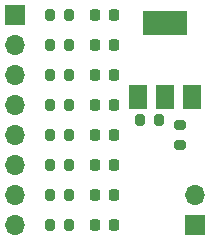
<source format=gbr>
%TF.GenerationSoftware,KiCad,Pcbnew,(6.0.0)*%
%TF.CreationDate,2022-01-24T17:52:03-05:00*%
%TF.ProjectId,LED direction board,4c454420-6469-4726-9563-74696f6e2062,rev?*%
%TF.SameCoordinates,Original*%
%TF.FileFunction,Soldermask,Top*%
%TF.FilePolarity,Negative*%
%FSLAX46Y46*%
G04 Gerber Fmt 4.6, Leading zero omitted, Abs format (unit mm)*
G04 Created by KiCad (PCBNEW (6.0.0)) date 2022-01-24 17:52:03*
%MOMM*%
%LPD*%
G01*
G04 APERTURE LIST*
G04 Aperture macros list*
%AMRoundRect*
0 Rectangle with rounded corners*
0 $1 Rounding radius*
0 $2 $3 $4 $5 $6 $7 $8 $9 X,Y pos of 4 corners*
0 Add a 4 corners polygon primitive as box body*
4,1,4,$2,$3,$4,$5,$6,$7,$8,$9,$2,$3,0*
0 Add four circle primitives for the rounded corners*
1,1,$1+$1,$2,$3*
1,1,$1+$1,$4,$5*
1,1,$1+$1,$6,$7*
1,1,$1+$1,$8,$9*
0 Add four rect primitives between the rounded corners*
20,1,$1+$1,$2,$3,$4,$5,0*
20,1,$1+$1,$4,$5,$6,$7,0*
20,1,$1+$1,$6,$7,$8,$9,0*
20,1,$1+$1,$8,$9,$2,$3,0*%
G04 Aperture macros list end*
%ADD10RoundRect,0.200000X0.200000X0.275000X-0.200000X0.275000X-0.200000X-0.275000X0.200000X-0.275000X0*%
%ADD11RoundRect,0.200000X-0.275000X0.200000X-0.275000X-0.200000X0.275000X-0.200000X0.275000X0.200000X0*%
%ADD12RoundRect,0.218750X0.218750X0.256250X-0.218750X0.256250X-0.218750X-0.256250X0.218750X-0.256250X0*%
%ADD13RoundRect,0.200000X-0.200000X-0.275000X0.200000X-0.275000X0.200000X0.275000X-0.200000X0.275000X0*%
%ADD14R,1.500000X2.000000*%
%ADD15R,3.800000X2.000000*%
%ADD16R,1.700000X1.700000*%
%ADD17O,1.700000X1.700000*%
G04 APERTURE END LIST*
D10*
%TO.C,R9*%
X129095000Y-87630000D03*
X127445000Y-87630000D03*
%TD*%
D11*
%TO.C,R10*%
X130810000Y-88075000D03*
X130810000Y-89725000D03*
%TD*%
D12*
%TO.C,D3*%
X125247500Y-83820000D03*
X123672500Y-83820000D03*
%TD*%
D13*
%TO.C,R3*%
X119825000Y-83820000D03*
X121475000Y-83820000D03*
%TD*%
D14*
%TO.C,U1*%
X127240000Y-85700000D03*
D15*
X129540000Y-79400000D03*
D14*
X129540000Y-85700000D03*
X131840000Y-85700000D03*
%TD*%
D12*
%TO.C,D2*%
X125247500Y-81280000D03*
X123672500Y-81280000D03*
%TD*%
%TO.C,D6*%
X125247500Y-91440000D03*
X123672500Y-91440000D03*
%TD*%
D13*
%TO.C,R8*%
X119825000Y-96520000D03*
X121475000Y-96520000D03*
%TD*%
%TO.C,R2*%
X119825000Y-81280000D03*
X121475000Y-81280000D03*
%TD*%
D12*
%TO.C,D1*%
X125247500Y-78740000D03*
X123672500Y-78740000D03*
%TD*%
%TO.C,D5*%
X125247500Y-88900000D03*
X123672500Y-88900000D03*
%TD*%
D13*
%TO.C,R5*%
X119825000Y-88900000D03*
X121475000Y-88900000D03*
%TD*%
%TO.C,R7*%
X119825000Y-93980000D03*
X121475000Y-93980000D03*
%TD*%
D12*
%TO.C,D7*%
X125247500Y-93980000D03*
X123672500Y-93980000D03*
%TD*%
D16*
%TO.C,J1*%
X116865000Y-78740000D03*
D17*
X116865000Y-81280000D03*
X116865000Y-83820000D03*
X116865000Y-86360000D03*
X116865000Y-88900000D03*
X116865000Y-91440000D03*
X116865000Y-93980000D03*
X116865000Y-96520000D03*
%TD*%
D12*
%TO.C,D8*%
X125247500Y-96520000D03*
X123672500Y-96520000D03*
%TD*%
%TO.C,D4*%
X125247500Y-86360000D03*
X123672500Y-86360000D03*
%TD*%
D13*
%TO.C,R1*%
X119825000Y-78740000D03*
X121475000Y-78740000D03*
%TD*%
%TO.C,R4*%
X119825000Y-86360000D03*
X121475000Y-86360000D03*
%TD*%
D16*
%TO.C,J2*%
X132080000Y-96520000D03*
D17*
X132080000Y-93980000D03*
%TD*%
D13*
%TO.C,R6*%
X119825000Y-91440000D03*
X121475000Y-91440000D03*
%TD*%
M02*

</source>
